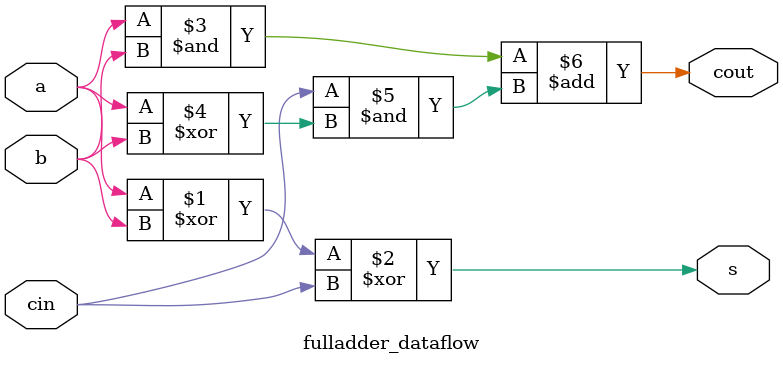
<source format=v>
module fulladder_dataflow(
    input a,
    input b,
    input cin,
    output cout,
    output s
    );
    
    assign s = (a^b)^cin;
    assign cout = (a&b)+(cin&(a^b));
endmodule

</source>
